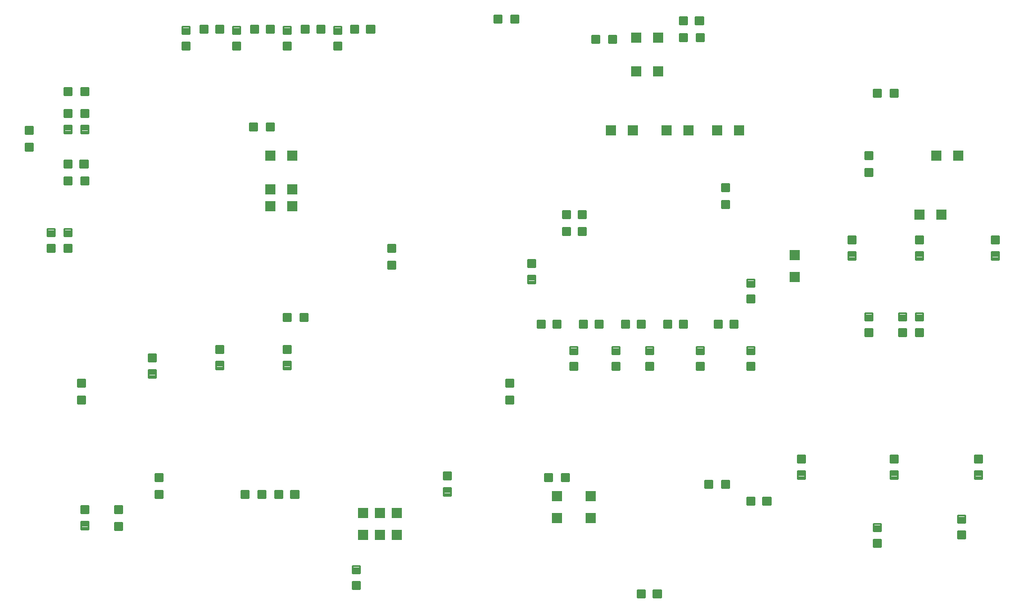
<source format=gbr>
G04 EAGLE Gerber RS-274X export*
G75*
%MOMM*%
%FSLAX34Y34*%
%LPD*%
%INSolderpaste Bottom*%
%IPPOS*%
%AMOC8*
5,1,8,0,0,1.08239X$1,22.5*%
G01*
%ADD10C,0.280000*%
%ADD11R,1.500000X1.500000*%


D10*
X221500Y170700D02*
X221500Y159500D01*
X210300Y159500D01*
X210300Y170700D01*
X221500Y170700D01*
X221500Y162160D02*
X210300Y162160D01*
X210300Y164820D02*
X221500Y164820D01*
X221500Y167480D02*
X210300Y167480D01*
X210300Y170140D02*
X221500Y170140D01*
X221500Y184900D02*
X221500Y196100D01*
X221500Y184900D02*
X210300Y184900D01*
X210300Y196100D01*
X221500Y196100D01*
X221500Y187560D02*
X210300Y187560D01*
X210300Y190220D02*
X221500Y190220D01*
X221500Y192880D02*
X210300Y192880D01*
X210300Y195540D02*
X221500Y195540D01*
X145300Y814820D02*
X134100Y814820D01*
X134100Y826020D01*
X145300Y826020D01*
X145300Y814820D01*
X145300Y817480D02*
X134100Y817480D01*
X134100Y820140D02*
X145300Y820140D01*
X145300Y822800D02*
X134100Y822800D01*
X134100Y825460D02*
X145300Y825460D01*
X159500Y814820D02*
X170700Y814820D01*
X159500Y814820D02*
X159500Y826020D01*
X170700Y826020D01*
X170700Y814820D01*
X170700Y817480D02*
X159500Y817480D01*
X159500Y820140D02*
X170700Y820140D01*
X170700Y822800D02*
X159500Y822800D01*
X159500Y825460D02*
X170700Y825460D01*
X810780Y361200D02*
X810780Y350000D01*
X799580Y350000D01*
X799580Y361200D01*
X810780Y361200D01*
X810780Y352660D02*
X799580Y352660D01*
X799580Y355320D02*
X810780Y355320D01*
X810780Y357980D02*
X799580Y357980D01*
X799580Y360640D02*
X810780Y360640D01*
X810780Y375400D02*
X810780Y386600D01*
X810780Y375400D02*
X799580Y375400D01*
X799580Y386600D01*
X810780Y386600D01*
X810780Y378060D02*
X799580Y378060D01*
X799580Y380720D02*
X810780Y380720D01*
X810780Y383380D02*
X799580Y383380D01*
X799580Y386040D02*
X810780Y386040D01*
X1340600Y718300D02*
X1340600Y729500D01*
X1351800Y729500D01*
X1351800Y718300D01*
X1340600Y718300D01*
X1340600Y720960D02*
X1351800Y720960D01*
X1351800Y723620D02*
X1340600Y723620D01*
X1340600Y726280D02*
X1351800Y726280D01*
X1351800Y728940D02*
X1340600Y728940D01*
X1340600Y704100D02*
X1340600Y692900D01*
X1340600Y704100D02*
X1351800Y704100D01*
X1351800Y692900D01*
X1340600Y692900D01*
X1340600Y695560D02*
X1351800Y695560D01*
X1351800Y698220D02*
X1340600Y698220D01*
X1340600Y700880D02*
X1351800Y700880D01*
X1351800Y703540D02*
X1340600Y703540D01*
X170700Y691400D02*
X159500Y691400D01*
X170700Y691400D02*
X170700Y680200D01*
X159500Y680200D01*
X159500Y691400D01*
X159500Y682860D02*
X170700Y682860D01*
X170700Y685520D02*
X159500Y685520D01*
X159500Y688180D02*
X170700Y688180D01*
X170700Y690840D02*
X159500Y690840D01*
X145300Y691400D02*
X134100Y691400D01*
X145300Y691400D02*
X145300Y680200D01*
X134100Y680200D01*
X134100Y691400D01*
X134100Y682860D02*
X145300Y682860D01*
X145300Y685520D02*
X134100Y685520D01*
X134100Y688180D02*
X145300Y688180D01*
X145300Y690840D02*
X134100Y690840D01*
X858000Y233160D02*
X869200Y233160D01*
X858000Y233160D02*
X858000Y244360D01*
X869200Y244360D01*
X869200Y233160D01*
X869200Y235820D02*
X858000Y235820D01*
X858000Y238480D02*
X869200Y238480D01*
X869200Y241140D02*
X858000Y241140D01*
X858000Y243800D02*
X869200Y243800D01*
X883400Y233160D02*
X894600Y233160D01*
X883400Y233160D02*
X883400Y244360D01*
X894600Y244360D01*
X894600Y233160D01*
X894600Y235820D02*
X883400Y235820D01*
X883400Y238480D02*
X894600Y238480D01*
X894600Y241140D02*
X883400Y241140D01*
X883400Y243800D02*
X894600Y243800D01*
X412000Y207760D02*
X400800Y207760D01*
X400800Y218960D01*
X412000Y218960D01*
X412000Y207760D01*
X412000Y210420D02*
X400800Y210420D01*
X400800Y213080D02*
X412000Y213080D01*
X412000Y215740D02*
X400800Y215740D01*
X400800Y218400D02*
X412000Y218400D01*
X426200Y207760D02*
X437400Y207760D01*
X426200Y207760D02*
X426200Y218960D01*
X437400Y218960D01*
X437400Y207760D01*
X437400Y210420D02*
X426200Y210420D01*
X426200Y213080D02*
X437400Y213080D01*
X437400Y215740D02*
X426200Y215740D01*
X426200Y218400D02*
X437400Y218400D01*
X1353300Y812280D02*
X1364500Y812280D01*
X1353300Y812280D02*
X1353300Y823480D01*
X1364500Y823480D01*
X1364500Y812280D01*
X1364500Y814940D02*
X1353300Y814940D01*
X1353300Y817600D02*
X1364500Y817600D01*
X1364500Y820260D02*
X1353300Y820260D01*
X1353300Y822920D02*
X1364500Y822920D01*
X1378700Y812280D02*
X1389900Y812280D01*
X1378700Y812280D02*
X1378700Y823480D01*
X1389900Y823480D01*
X1389900Y812280D01*
X1389900Y814940D02*
X1378700Y814940D01*
X1378700Y817600D02*
X1389900Y817600D01*
X1389900Y820260D02*
X1378700Y820260D01*
X1378700Y822920D02*
X1389900Y822920D01*
X818400Y935240D02*
X807200Y935240D01*
X818400Y935240D02*
X818400Y924040D01*
X807200Y924040D01*
X807200Y935240D01*
X807200Y926700D02*
X818400Y926700D01*
X818400Y929360D02*
X807200Y929360D01*
X807200Y932020D02*
X818400Y932020D01*
X818400Y934680D02*
X807200Y934680D01*
X793000Y935240D02*
X781800Y935240D01*
X793000Y935240D02*
X793000Y924040D01*
X781800Y924040D01*
X781800Y935240D01*
X781800Y926700D02*
X793000Y926700D01*
X793000Y929360D02*
X781800Y929360D01*
X781800Y932020D02*
X793000Y932020D01*
X793000Y934680D02*
X781800Y934680D01*
X271260Y244360D02*
X271260Y233160D01*
X271260Y244360D02*
X282460Y244360D01*
X282460Y233160D01*
X271260Y233160D01*
X271260Y235820D02*
X282460Y235820D01*
X282460Y238480D02*
X271260Y238480D01*
X271260Y241140D02*
X282460Y241140D01*
X282460Y243800D02*
X271260Y243800D01*
X271260Y218960D02*
X271260Y207760D01*
X271260Y218960D02*
X282460Y218960D01*
X282460Y207760D01*
X271260Y207760D01*
X271260Y210420D02*
X282460Y210420D01*
X282460Y213080D02*
X271260Y213080D01*
X271260Y215740D02*
X282460Y215740D01*
X282460Y218400D02*
X271260Y218400D01*
X165620Y350000D02*
X165620Y361200D01*
X165620Y350000D02*
X154420Y350000D01*
X154420Y361200D01*
X165620Y361200D01*
X165620Y352660D02*
X154420Y352660D01*
X154420Y355320D02*
X165620Y355320D01*
X165620Y357980D02*
X154420Y357980D01*
X154420Y360640D02*
X165620Y360640D01*
X165620Y375400D02*
X165620Y386600D01*
X165620Y375400D02*
X154420Y375400D01*
X154420Y386600D01*
X165620Y386600D01*
X165620Y378060D02*
X154420Y378060D01*
X154420Y380720D02*
X165620Y380720D01*
X165620Y383380D02*
X154420Y383380D01*
X154420Y386040D02*
X165620Y386040D01*
X1061200Y896100D02*
X1072400Y896100D01*
X1061200Y896100D02*
X1061200Y907300D01*
X1072400Y907300D01*
X1072400Y896100D01*
X1072400Y898760D02*
X1061200Y898760D01*
X1061200Y901420D02*
X1072400Y901420D01*
X1072400Y904080D02*
X1061200Y904080D01*
X1061200Y906740D02*
X1072400Y906740D01*
X1086600Y896100D02*
X1097800Y896100D01*
X1086600Y896100D02*
X1086600Y907300D01*
X1097800Y907300D01*
X1097800Y896100D01*
X1097800Y898760D02*
X1086600Y898760D01*
X1086600Y901420D02*
X1097800Y901420D01*
X1097800Y904080D02*
X1086600Y904080D01*
X1086600Y906740D02*
X1097800Y906740D01*
X86880Y742200D02*
X86880Y731000D01*
X75680Y731000D01*
X75680Y742200D01*
X86880Y742200D01*
X86880Y733660D02*
X75680Y733660D01*
X75680Y736320D02*
X86880Y736320D01*
X86880Y738980D02*
X75680Y738980D01*
X75680Y741640D02*
X86880Y741640D01*
X86880Y756400D02*
X86880Y767600D01*
X86880Y756400D02*
X75680Y756400D01*
X75680Y767600D01*
X86880Y767600D01*
X86880Y759060D02*
X75680Y759060D01*
X75680Y761720D02*
X86880Y761720D01*
X86880Y764380D02*
X75680Y764380D01*
X75680Y767040D02*
X86880Y767040D01*
X632980Y564400D02*
X632980Y553200D01*
X621780Y553200D01*
X621780Y564400D01*
X632980Y564400D01*
X632980Y555860D02*
X621780Y555860D01*
X621780Y558520D02*
X632980Y558520D01*
X632980Y561180D02*
X621780Y561180D01*
X621780Y563840D02*
X632980Y563840D01*
X632980Y578600D02*
X632980Y589800D01*
X632980Y578600D02*
X621780Y578600D01*
X621780Y589800D01*
X632980Y589800D01*
X632980Y581260D02*
X621780Y581260D01*
X621780Y583920D02*
X632980Y583920D01*
X632980Y586580D02*
X621780Y586580D01*
X621780Y589240D02*
X632980Y589240D01*
X1124700Y670040D02*
X1124700Y681240D01*
X1135900Y681240D01*
X1135900Y670040D01*
X1124700Y670040D01*
X1124700Y672700D02*
X1135900Y672700D01*
X1135900Y675360D02*
X1124700Y675360D01*
X1124700Y678020D02*
X1135900Y678020D01*
X1135900Y680680D02*
X1124700Y680680D01*
X1124700Y655840D02*
X1124700Y644640D01*
X1124700Y655840D02*
X1135900Y655840D01*
X1135900Y644640D01*
X1124700Y644640D01*
X1124700Y647300D02*
X1135900Y647300D01*
X1135900Y649960D02*
X1124700Y649960D01*
X1124700Y652620D02*
X1135900Y652620D01*
X1135900Y655280D02*
X1124700Y655280D01*
X940320Y893560D02*
X929120Y893560D01*
X929120Y904760D01*
X940320Y904760D01*
X940320Y893560D01*
X940320Y896220D02*
X929120Y896220D01*
X929120Y898880D02*
X940320Y898880D01*
X940320Y901540D02*
X929120Y901540D01*
X929120Y904200D02*
X940320Y904200D01*
X954520Y893560D02*
X965720Y893560D01*
X954520Y893560D02*
X954520Y904760D01*
X965720Y904760D01*
X965720Y893560D01*
X965720Y896220D02*
X954520Y896220D01*
X954520Y898880D02*
X965720Y898880D01*
X965720Y901540D02*
X954520Y901540D01*
X954520Y904200D02*
X965720Y904200D01*
X1124700Y234200D02*
X1135900Y234200D01*
X1135900Y223000D01*
X1124700Y223000D01*
X1124700Y234200D01*
X1124700Y225660D02*
X1135900Y225660D01*
X1135900Y228320D02*
X1124700Y228320D01*
X1124700Y230980D02*
X1135900Y230980D01*
X1135900Y233640D02*
X1124700Y233640D01*
X1110500Y234200D02*
X1099300Y234200D01*
X1110500Y234200D02*
X1110500Y223000D01*
X1099300Y223000D01*
X1099300Y234200D01*
X1099300Y225660D02*
X1110500Y225660D01*
X1110500Y228320D02*
X1099300Y228320D01*
X1099300Y230980D02*
X1110500Y230980D01*
X1110500Y233640D02*
X1099300Y233640D01*
X500900Y485660D02*
X489700Y485660D01*
X500900Y485660D02*
X500900Y474460D01*
X489700Y474460D01*
X489700Y485660D01*
X489700Y477120D02*
X500900Y477120D01*
X500900Y479780D02*
X489700Y479780D01*
X489700Y482440D02*
X500900Y482440D01*
X500900Y485100D02*
X489700Y485100D01*
X475500Y485660D02*
X464300Y485660D01*
X475500Y485660D02*
X475500Y474460D01*
X464300Y474460D01*
X464300Y485660D01*
X464300Y477120D02*
X475500Y477120D01*
X475500Y479780D02*
X464300Y479780D01*
X464300Y482440D02*
X475500Y482440D01*
X475500Y485100D02*
X464300Y485100D01*
D11*
X927100Y177800D03*
X927100Y210800D03*
X635000Y152400D03*
X635000Y185400D03*
X609600Y152400D03*
X609600Y185400D03*
X1028700Y850900D03*
X995700Y850900D03*
X1028700Y901700D03*
X995700Y901700D03*
X990600Y762000D03*
X957600Y762000D03*
X1041400Y762000D03*
X1074400Y762000D03*
X1117600Y762000D03*
X1150600Y762000D03*
X876300Y177800D03*
X876300Y210800D03*
X444500Y647700D03*
X477500Y647700D03*
X444500Y723900D03*
X477500Y723900D03*
X444500Y673100D03*
X477500Y673100D03*
X1234440Y574040D03*
X1234440Y541040D03*
X1422400Y635000D03*
X1455400Y635000D03*
X1447800Y723900D03*
X1480800Y723900D03*
X584200Y152400D03*
X584200Y185400D03*
D10*
X705600Y235700D02*
X705600Y246900D01*
X716800Y246900D01*
X716800Y235700D01*
X705600Y235700D01*
X705600Y238360D02*
X716800Y238360D01*
X716800Y241020D02*
X705600Y241020D01*
X705600Y243680D02*
X716800Y243680D01*
X716800Y246340D02*
X705600Y246340D01*
X705600Y222900D02*
X705600Y211700D01*
X705600Y222900D02*
X716800Y222900D01*
X716800Y211700D01*
X705600Y211700D01*
X705600Y214360D02*
X716800Y214360D01*
X716800Y217020D02*
X705600Y217020D01*
X705600Y219680D02*
X716800Y219680D01*
X716800Y222340D02*
X705600Y222340D01*
X934200Y475500D02*
X945400Y475500D01*
X945400Y464300D01*
X934200Y464300D01*
X934200Y475500D01*
X934200Y466960D02*
X945400Y466960D01*
X945400Y469620D02*
X934200Y469620D01*
X934200Y472280D02*
X945400Y472280D01*
X945400Y474940D02*
X934200Y474940D01*
X921400Y475500D02*
X910200Y475500D01*
X921400Y475500D02*
X921400Y464300D01*
X910200Y464300D01*
X910200Y475500D01*
X910200Y466960D02*
X921400Y466960D01*
X921400Y469620D02*
X910200Y469620D01*
X910200Y472280D02*
X921400Y472280D01*
X921400Y474940D02*
X910200Y474940D01*
X907300Y412000D02*
X907300Y400800D01*
X896100Y400800D01*
X896100Y412000D01*
X907300Y412000D01*
X907300Y403460D02*
X896100Y403460D01*
X896100Y406120D02*
X907300Y406120D01*
X907300Y408780D02*
X896100Y408780D01*
X896100Y411440D02*
X907300Y411440D01*
X907300Y424800D02*
X907300Y436000D01*
X907300Y424800D02*
X896100Y424800D01*
X896100Y436000D01*
X907300Y436000D01*
X907300Y427460D02*
X896100Y427460D01*
X896100Y430120D02*
X907300Y430120D01*
X907300Y432780D02*
X896100Y432780D01*
X896100Y435440D02*
X907300Y435440D01*
X1174000Y502400D02*
X1174000Y513600D01*
X1174000Y502400D02*
X1162800Y502400D01*
X1162800Y513600D01*
X1174000Y513600D01*
X1174000Y505060D02*
X1162800Y505060D01*
X1162800Y507720D02*
X1174000Y507720D01*
X1174000Y510380D02*
X1162800Y510380D01*
X1162800Y513040D02*
X1174000Y513040D01*
X1174000Y526400D02*
X1174000Y537600D01*
X1174000Y526400D02*
X1162800Y526400D01*
X1162800Y537600D01*
X1174000Y537600D01*
X1174000Y529060D02*
X1162800Y529060D01*
X1162800Y531720D02*
X1174000Y531720D01*
X1174000Y534380D02*
X1162800Y534380D01*
X1162800Y537040D02*
X1174000Y537040D01*
X881900Y475500D02*
X870700Y475500D01*
X881900Y475500D02*
X881900Y464300D01*
X870700Y464300D01*
X870700Y475500D01*
X870700Y466960D02*
X881900Y466960D01*
X881900Y469620D02*
X870700Y469620D01*
X870700Y472280D02*
X881900Y472280D01*
X881900Y474940D02*
X870700Y474940D01*
X857900Y475500D02*
X846700Y475500D01*
X857900Y475500D02*
X857900Y464300D01*
X846700Y464300D01*
X846700Y475500D01*
X846700Y466960D02*
X857900Y466960D01*
X857900Y469620D02*
X846700Y469620D01*
X846700Y472280D02*
X857900Y472280D01*
X857900Y474940D02*
X846700Y474940D01*
X832600Y555740D02*
X832600Y566940D01*
X843800Y566940D01*
X843800Y555740D01*
X832600Y555740D01*
X832600Y558400D02*
X843800Y558400D01*
X843800Y561060D02*
X832600Y561060D01*
X832600Y563720D02*
X843800Y563720D01*
X843800Y566380D02*
X832600Y566380D01*
X832600Y542940D02*
X832600Y531740D01*
X832600Y542940D02*
X843800Y542940D01*
X843800Y531740D01*
X832600Y531740D01*
X832600Y534400D02*
X843800Y534400D01*
X843800Y537060D02*
X832600Y537060D01*
X832600Y539720D02*
X843800Y539720D01*
X843800Y542380D02*
X832600Y542380D01*
X908800Y615200D02*
X920000Y615200D01*
X920000Y604000D01*
X908800Y604000D01*
X908800Y615200D01*
X908800Y606660D02*
X920000Y606660D01*
X920000Y609320D02*
X908800Y609320D01*
X908800Y611980D02*
X920000Y611980D01*
X920000Y614640D02*
X908800Y614640D01*
X896000Y615200D02*
X884800Y615200D01*
X896000Y615200D02*
X896000Y604000D01*
X884800Y604000D01*
X884800Y615200D01*
X884800Y606660D02*
X896000Y606660D01*
X896000Y609320D02*
X884800Y609320D01*
X884800Y611980D02*
X896000Y611980D01*
X896000Y614640D02*
X884800Y614640D01*
X908800Y640600D02*
X920000Y640600D01*
X920000Y629400D01*
X908800Y629400D01*
X908800Y640600D01*
X908800Y632060D02*
X920000Y632060D01*
X920000Y634720D02*
X908800Y634720D01*
X908800Y637380D02*
X920000Y637380D01*
X920000Y640040D02*
X908800Y640040D01*
X896000Y640600D02*
X884800Y640600D01*
X896000Y640600D02*
X896000Y629400D01*
X884800Y629400D01*
X884800Y640600D01*
X884800Y632060D02*
X896000Y632060D01*
X896000Y634720D02*
X884800Y634720D01*
X884800Y637380D02*
X896000Y637380D01*
X896000Y640040D02*
X884800Y640040D01*
X159500Y196100D02*
X159500Y184900D01*
X159500Y196100D02*
X170700Y196100D01*
X170700Y184900D01*
X159500Y184900D01*
X159500Y187560D02*
X170700Y187560D01*
X170700Y190220D02*
X159500Y190220D01*
X159500Y192880D02*
X170700Y192880D01*
X170700Y195540D02*
X159500Y195540D01*
X159500Y172100D02*
X159500Y160900D01*
X159500Y172100D02*
X170700Y172100D01*
X170700Y160900D01*
X159500Y160900D01*
X159500Y163560D02*
X170700Y163560D01*
X170700Y166220D02*
X159500Y166220D01*
X159500Y168880D02*
X170700Y168880D01*
X170700Y171540D02*
X159500Y171540D01*
X579640Y81800D02*
X579640Y70600D01*
X568440Y70600D01*
X568440Y81800D01*
X579640Y81800D01*
X579640Y73260D02*
X568440Y73260D01*
X568440Y75920D02*
X579640Y75920D01*
X579640Y78580D02*
X568440Y78580D01*
X568440Y81240D02*
X579640Y81240D01*
X579640Y94600D02*
X579640Y105800D01*
X579640Y94600D02*
X568440Y94600D01*
X568440Y105800D01*
X579640Y105800D01*
X579640Y97260D02*
X568440Y97260D01*
X568440Y99920D02*
X579640Y99920D01*
X579640Y102580D02*
X568440Y102580D01*
X568440Y105240D02*
X579640Y105240D01*
X362700Y426200D02*
X362700Y437400D01*
X373900Y437400D01*
X373900Y426200D01*
X362700Y426200D01*
X362700Y428860D02*
X373900Y428860D01*
X373900Y431520D02*
X362700Y431520D01*
X362700Y434180D02*
X373900Y434180D01*
X373900Y436840D02*
X362700Y436840D01*
X362700Y413400D02*
X362700Y402200D01*
X362700Y413400D02*
X373900Y413400D01*
X373900Y402200D01*
X362700Y402200D01*
X362700Y404860D02*
X373900Y404860D01*
X373900Y407520D02*
X362700Y407520D01*
X362700Y410180D02*
X373900Y410180D01*
X373900Y412840D02*
X362700Y412840D01*
X997700Y57900D02*
X1008900Y57900D01*
X997700Y57900D02*
X997700Y69100D01*
X1008900Y69100D01*
X1008900Y57900D01*
X1008900Y60560D02*
X997700Y60560D01*
X997700Y63220D02*
X1008900Y63220D01*
X1008900Y65880D02*
X997700Y65880D01*
X997700Y68540D02*
X1008900Y68540D01*
X1021700Y57900D02*
X1032900Y57900D01*
X1021700Y57900D02*
X1021700Y69100D01*
X1032900Y69100D01*
X1032900Y57900D01*
X1032900Y60560D02*
X1021700Y60560D01*
X1021700Y63220D02*
X1032900Y63220D01*
X1032900Y65880D02*
X1021700Y65880D01*
X1021700Y68540D02*
X1032900Y68540D01*
X464300Y426200D02*
X464300Y437400D01*
X475500Y437400D01*
X475500Y426200D01*
X464300Y426200D01*
X464300Y428860D02*
X475500Y428860D01*
X475500Y431520D02*
X464300Y431520D01*
X464300Y434180D02*
X475500Y434180D01*
X475500Y436840D02*
X464300Y436840D01*
X464300Y413400D02*
X464300Y402200D01*
X464300Y413400D02*
X475500Y413400D01*
X475500Y402200D01*
X464300Y402200D01*
X464300Y404860D02*
X475500Y404860D01*
X475500Y407520D02*
X464300Y407520D01*
X464300Y410180D02*
X475500Y410180D01*
X475500Y412840D02*
X464300Y412840D01*
X261100Y413500D02*
X261100Y424700D01*
X272300Y424700D01*
X272300Y413500D01*
X261100Y413500D01*
X261100Y416160D02*
X272300Y416160D01*
X272300Y418820D02*
X261100Y418820D01*
X261100Y421480D02*
X272300Y421480D01*
X272300Y424140D02*
X261100Y424140D01*
X261100Y400700D02*
X261100Y389500D01*
X261100Y400700D02*
X272300Y400700D01*
X272300Y389500D01*
X261100Y389500D01*
X261100Y392160D02*
X272300Y392160D01*
X272300Y394820D02*
X261100Y394820D01*
X261100Y397480D02*
X272300Y397480D01*
X272300Y400140D02*
X261100Y400140D01*
X1162800Y197600D02*
X1174000Y197600D01*
X1162800Y197600D02*
X1162800Y208800D01*
X1174000Y208800D01*
X1174000Y197600D01*
X1174000Y200260D02*
X1162800Y200260D01*
X1162800Y202920D02*
X1174000Y202920D01*
X1174000Y205580D02*
X1162800Y205580D01*
X1162800Y208240D02*
X1174000Y208240D01*
X1186800Y197600D02*
X1198000Y197600D01*
X1186800Y197600D02*
X1186800Y208800D01*
X1198000Y208800D01*
X1198000Y197600D01*
X1198000Y200260D02*
X1186800Y200260D01*
X1186800Y202920D02*
X1198000Y202920D01*
X1198000Y205580D02*
X1186800Y205580D01*
X1186800Y208240D02*
X1198000Y208240D01*
X1239000Y261100D02*
X1239000Y272300D01*
X1250200Y272300D01*
X1250200Y261100D01*
X1239000Y261100D01*
X1239000Y263760D02*
X1250200Y263760D01*
X1250200Y266420D02*
X1239000Y266420D01*
X1239000Y269080D02*
X1250200Y269080D01*
X1250200Y271740D02*
X1239000Y271740D01*
X1239000Y248300D02*
X1239000Y237100D01*
X1239000Y248300D02*
X1250200Y248300D01*
X1250200Y237100D01*
X1239000Y237100D01*
X1239000Y239760D02*
X1250200Y239760D01*
X1250200Y242420D02*
X1239000Y242420D01*
X1239000Y245080D02*
X1250200Y245080D01*
X1250200Y247740D02*
X1239000Y247740D01*
X1364500Y145300D02*
X1364500Y134100D01*
X1353300Y134100D01*
X1353300Y145300D01*
X1364500Y145300D01*
X1364500Y136760D02*
X1353300Y136760D01*
X1353300Y139420D02*
X1364500Y139420D01*
X1364500Y142080D02*
X1353300Y142080D01*
X1353300Y144740D02*
X1364500Y144740D01*
X1364500Y158100D02*
X1364500Y169300D01*
X1364500Y158100D02*
X1353300Y158100D01*
X1353300Y169300D01*
X1364500Y169300D01*
X1364500Y160760D02*
X1353300Y160760D01*
X1353300Y163420D02*
X1364500Y163420D01*
X1364500Y166080D02*
X1353300Y166080D01*
X1353300Y168740D02*
X1364500Y168740D01*
X1378700Y261100D02*
X1378700Y272300D01*
X1389900Y272300D01*
X1389900Y261100D01*
X1378700Y261100D01*
X1378700Y263760D02*
X1389900Y263760D01*
X1389900Y266420D02*
X1378700Y266420D01*
X1378700Y269080D02*
X1389900Y269080D01*
X1389900Y271740D02*
X1378700Y271740D01*
X1378700Y248300D02*
X1378700Y237100D01*
X1378700Y248300D02*
X1389900Y248300D01*
X1389900Y237100D01*
X1378700Y237100D01*
X1378700Y239760D02*
X1389900Y239760D01*
X1389900Y242420D02*
X1378700Y242420D01*
X1378700Y245080D02*
X1389900Y245080D01*
X1389900Y247740D02*
X1378700Y247740D01*
X1491500Y158000D02*
X1491500Y146800D01*
X1480300Y146800D01*
X1480300Y158000D01*
X1491500Y158000D01*
X1491500Y149460D02*
X1480300Y149460D01*
X1480300Y152120D02*
X1491500Y152120D01*
X1491500Y154780D02*
X1480300Y154780D01*
X1480300Y157440D02*
X1491500Y157440D01*
X1491500Y170800D02*
X1491500Y182000D01*
X1491500Y170800D02*
X1480300Y170800D01*
X1480300Y182000D01*
X1491500Y182000D01*
X1491500Y173460D02*
X1480300Y173460D01*
X1480300Y176120D02*
X1491500Y176120D01*
X1491500Y178780D02*
X1480300Y178780D01*
X1480300Y181440D02*
X1491500Y181440D01*
X1505700Y261100D02*
X1505700Y272300D01*
X1516900Y272300D01*
X1516900Y261100D01*
X1505700Y261100D01*
X1505700Y263760D02*
X1516900Y263760D01*
X1516900Y266420D02*
X1505700Y266420D01*
X1505700Y269080D02*
X1516900Y269080D01*
X1516900Y271740D02*
X1505700Y271740D01*
X1505700Y248300D02*
X1505700Y237100D01*
X1505700Y248300D02*
X1516900Y248300D01*
X1516900Y237100D01*
X1505700Y237100D01*
X1505700Y239760D02*
X1516900Y239760D01*
X1516900Y242420D02*
X1505700Y242420D01*
X1505700Y245080D02*
X1516900Y245080D01*
X1516900Y247740D02*
X1505700Y247740D01*
X1428000Y451600D02*
X1428000Y462800D01*
X1428000Y451600D02*
X1416800Y451600D01*
X1416800Y462800D01*
X1428000Y462800D01*
X1428000Y454260D02*
X1416800Y454260D01*
X1416800Y456920D02*
X1428000Y456920D01*
X1428000Y459580D02*
X1416800Y459580D01*
X1416800Y462240D02*
X1428000Y462240D01*
X1428000Y475600D02*
X1428000Y486800D01*
X1428000Y475600D02*
X1416800Y475600D01*
X1416800Y486800D01*
X1428000Y486800D01*
X1428000Y478260D02*
X1416800Y478260D01*
X1416800Y480920D02*
X1428000Y480920D01*
X1428000Y483580D02*
X1416800Y483580D01*
X1416800Y486240D02*
X1428000Y486240D01*
X1402600Y462800D02*
X1402600Y451600D01*
X1391400Y451600D01*
X1391400Y462800D01*
X1402600Y462800D01*
X1402600Y454260D02*
X1391400Y454260D01*
X1391400Y456920D02*
X1402600Y456920D01*
X1402600Y459580D02*
X1391400Y459580D01*
X1391400Y462240D02*
X1402600Y462240D01*
X1402600Y475600D02*
X1402600Y486800D01*
X1402600Y475600D02*
X1391400Y475600D01*
X1391400Y486800D01*
X1402600Y486800D01*
X1402600Y478260D02*
X1391400Y478260D01*
X1391400Y480920D02*
X1402600Y480920D01*
X1402600Y483580D02*
X1391400Y483580D01*
X1391400Y486240D02*
X1402600Y486240D01*
X1174000Y412000D02*
X1174000Y400800D01*
X1162800Y400800D01*
X1162800Y412000D01*
X1174000Y412000D01*
X1174000Y403460D02*
X1162800Y403460D01*
X1162800Y406120D02*
X1174000Y406120D01*
X1174000Y408780D02*
X1162800Y408780D01*
X1162800Y411440D02*
X1174000Y411440D01*
X1174000Y424800D02*
X1174000Y436000D01*
X1174000Y424800D02*
X1162800Y424800D01*
X1162800Y436000D01*
X1174000Y436000D01*
X1174000Y427460D02*
X1162800Y427460D01*
X1162800Y430120D02*
X1174000Y430120D01*
X1174000Y432780D02*
X1162800Y432780D01*
X1162800Y435440D02*
X1174000Y435440D01*
X1351800Y451600D02*
X1351800Y462800D01*
X1351800Y451600D02*
X1340600Y451600D01*
X1340600Y462800D01*
X1351800Y462800D01*
X1351800Y454260D02*
X1340600Y454260D01*
X1340600Y456920D02*
X1351800Y456920D01*
X1351800Y459580D02*
X1340600Y459580D01*
X1340600Y462240D02*
X1351800Y462240D01*
X1351800Y475600D02*
X1351800Y486800D01*
X1351800Y475600D02*
X1340600Y475600D01*
X1340600Y486800D01*
X1351800Y486800D01*
X1351800Y478260D02*
X1340600Y478260D01*
X1340600Y480920D02*
X1351800Y480920D01*
X1351800Y483580D02*
X1340600Y483580D01*
X1340600Y486240D02*
X1351800Y486240D01*
X1531100Y591300D02*
X1531100Y602500D01*
X1542300Y602500D01*
X1542300Y591300D01*
X1531100Y591300D01*
X1531100Y593960D02*
X1542300Y593960D01*
X1542300Y596620D02*
X1531100Y596620D01*
X1531100Y599280D02*
X1542300Y599280D01*
X1542300Y601940D02*
X1531100Y601940D01*
X1531100Y578500D02*
X1531100Y567300D01*
X1531100Y578500D02*
X1542300Y578500D01*
X1542300Y567300D01*
X1531100Y567300D01*
X1531100Y569960D02*
X1542300Y569960D01*
X1542300Y572620D02*
X1531100Y572620D01*
X1531100Y575280D02*
X1542300Y575280D01*
X1542300Y577940D02*
X1531100Y577940D01*
X1416800Y591300D02*
X1416800Y602500D01*
X1428000Y602500D01*
X1428000Y591300D01*
X1416800Y591300D01*
X1416800Y593960D02*
X1428000Y593960D01*
X1428000Y596620D02*
X1416800Y596620D01*
X1416800Y599280D02*
X1428000Y599280D01*
X1428000Y601940D02*
X1416800Y601940D01*
X1416800Y578500D02*
X1416800Y567300D01*
X1416800Y578500D02*
X1428000Y578500D01*
X1428000Y567300D01*
X1416800Y567300D01*
X1416800Y569960D02*
X1428000Y569960D01*
X1428000Y572620D02*
X1416800Y572620D01*
X1416800Y575280D02*
X1428000Y575280D01*
X1428000Y577940D02*
X1416800Y577940D01*
X1315200Y591300D02*
X1315200Y602500D01*
X1326400Y602500D01*
X1326400Y591300D01*
X1315200Y591300D01*
X1315200Y593960D02*
X1326400Y593960D01*
X1326400Y596620D02*
X1315200Y596620D01*
X1315200Y599280D02*
X1326400Y599280D01*
X1326400Y601940D02*
X1315200Y601940D01*
X1315200Y578500D02*
X1315200Y567300D01*
X1315200Y578500D02*
X1326400Y578500D01*
X1326400Y567300D01*
X1315200Y567300D01*
X1315200Y569960D02*
X1326400Y569960D01*
X1326400Y572620D02*
X1315200Y572620D01*
X1315200Y575280D02*
X1326400Y575280D01*
X1326400Y577940D02*
X1315200Y577940D01*
X119900Y578600D02*
X119900Y589800D01*
X119900Y578600D02*
X108700Y578600D01*
X108700Y589800D01*
X119900Y589800D01*
X119900Y581260D02*
X108700Y581260D01*
X108700Y583920D02*
X119900Y583920D01*
X119900Y586580D02*
X108700Y586580D01*
X108700Y589240D02*
X119900Y589240D01*
X119900Y602600D02*
X119900Y613800D01*
X119900Y602600D02*
X108700Y602600D01*
X108700Y613800D01*
X119900Y613800D01*
X119900Y605260D02*
X108700Y605260D01*
X108700Y607920D02*
X119900Y607920D01*
X119900Y610580D02*
X108700Y610580D01*
X108700Y613240D02*
X119900Y613240D01*
X145300Y589800D02*
X145300Y578600D01*
X134100Y578600D01*
X134100Y589800D01*
X145300Y589800D01*
X145300Y581260D02*
X134100Y581260D01*
X134100Y583920D02*
X145300Y583920D01*
X145300Y586580D02*
X134100Y586580D01*
X134100Y589240D02*
X145300Y589240D01*
X145300Y602600D02*
X145300Y613800D01*
X145300Y602600D02*
X134100Y602600D01*
X134100Y613800D01*
X145300Y613800D01*
X145300Y605260D02*
X134100Y605260D01*
X134100Y607920D02*
X145300Y607920D01*
X145300Y610580D02*
X134100Y610580D01*
X134100Y613240D02*
X145300Y613240D01*
X134100Y781800D02*
X134100Y793000D01*
X145300Y793000D01*
X145300Y781800D01*
X134100Y781800D01*
X134100Y784460D02*
X145300Y784460D01*
X145300Y787120D02*
X134100Y787120D01*
X134100Y789780D02*
X145300Y789780D01*
X145300Y792440D02*
X134100Y792440D01*
X134100Y769000D02*
X134100Y757800D01*
X134100Y769000D02*
X145300Y769000D01*
X145300Y757800D01*
X134100Y757800D01*
X134100Y760460D02*
X145300Y760460D01*
X145300Y763120D02*
X134100Y763120D01*
X134100Y765780D02*
X145300Y765780D01*
X145300Y768440D02*
X134100Y768440D01*
X159500Y781800D02*
X159500Y793000D01*
X170700Y793000D01*
X170700Y781800D01*
X159500Y781800D01*
X159500Y784460D02*
X170700Y784460D01*
X170700Y787120D02*
X159500Y787120D01*
X159500Y789780D02*
X170700Y789780D01*
X170700Y792440D02*
X159500Y792440D01*
X159500Y769000D02*
X159500Y757800D01*
X159500Y769000D02*
X170700Y769000D01*
X170700Y757800D01*
X159500Y757800D01*
X159500Y760460D02*
X170700Y760460D01*
X170700Y763120D02*
X159500Y763120D01*
X159500Y765780D02*
X170700Y765780D01*
X170700Y768440D02*
X159500Y768440D01*
X1061200Y921500D02*
X1072400Y921500D01*
X1061200Y921500D02*
X1061200Y932700D01*
X1072400Y932700D01*
X1072400Y921500D01*
X1072400Y924160D02*
X1061200Y924160D01*
X1061200Y926820D02*
X1072400Y926820D01*
X1072400Y929480D02*
X1061200Y929480D01*
X1061200Y932140D02*
X1072400Y932140D01*
X1085200Y921500D02*
X1096400Y921500D01*
X1085200Y921500D02*
X1085200Y932700D01*
X1096400Y932700D01*
X1096400Y921500D01*
X1096400Y924160D02*
X1085200Y924160D01*
X1085200Y926820D02*
X1096400Y926820D01*
X1096400Y929480D02*
X1085200Y929480D01*
X1085200Y932140D02*
X1096400Y932140D01*
X551700Y894600D02*
X551700Y883400D01*
X540500Y883400D01*
X540500Y894600D01*
X551700Y894600D01*
X551700Y886060D02*
X540500Y886060D01*
X540500Y888720D02*
X551700Y888720D01*
X551700Y891380D02*
X540500Y891380D01*
X540500Y894040D02*
X551700Y894040D01*
X551700Y907400D02*
X551700Y918600D01*
X551700Y907400D02*
X540500Y907400D01*
X540500Y918600D01*
X551700Y918600D01*
X551700Y910060D02*
X540500Y910060D01*
X540500Y912720D02*
X551700Y912720D01*
X551700Y915380D02*
X540500Y915380D01*
X540500Y918040D02*
X551700Y918040D01*
X1137400Y475500D02*
X1148600Y475500D01*
X1148600Y464300D01*
X1137400Y464300D01*
X1137400Y475500D01*
X1137400Y466960D02*
X1148600Y466960D01*
X1148600Y469620D02*
X1137400Y469620D01*
X1137400Y472280D02*
X1148600Y472280D01*
X1148600Y474940D02*
X1137400Y474940D01*
X1124600Y475500D02*
X1113400Y475500D01*
X1124600Y475500D02*
X1124600Y464300D01*
X1113400Y464300D01*
X1113400Y475500D01*
X1113400Y466960D02*
X1124600Y466960D01*
X1124600Y469620D02*
X1113400Y469620D01*
X1113400Y472280D02*
X1124600Y472280D01*
X1124600Y474940D02*
X1113400Y474940D01*
X526300Y920000D02*
X515100Y920000D01*
X526300Y920000D02*
X526300Y908800D01*
X515100Y908800D01*
X515100Y920000D01*
X515100Y911460D02*
X526300Y911460D01*
X526300Y914120D02*
X515100Y914120D01*
X515100Y916780D02*
X526300Y916780D01*
X526300Y919440D02*
X515100Y919440D01*
X502300Y920000D02*
X491100Y920000D01*
X502300Y920000D02*
X502300Y908800D01*
X491100Y908800D01*
X491100Y920000D01*
X491100Y911460D02*
X502300Y911460D01*
X502300Y914120D02*
X491100Y914120D01*
X491100Y916780D02*
X502300Y916780D01*
X502300Y919440D02*
X491100Y919440D01*
X475500Y894600D02*
X475500Y883400D01*
X464300Y883400D01*
X464300Y894600D01*
X475500Y894600D01*
X475500Y886060D02*
X464300Y886060D01*
X464300Y888720D02*
X475500Y888720D01*
X475500Y891380D02*
X464300Y891380D01*
X464300Y894040D02*
X475500Y894040D01*
X475500Y907400D02*
X475500Y918600D01*
X475500Y907400D02*
X464300Y907400D01*
X464300Y918600D01*
X475500Y918600D01*
X475500Y910060D02*
X464300Y910060D01*
X464300Y912720D02*
X475500Y912720D01*
X475500Y915380D02*
X464300Y915380D01*
X464300Y918040D02*
X475500Y918040D01*
X450100Y920000D02*
X438900Y920000D01*
X450100Y920000D02*
X450100Y908800D01*
X438900Y908800D01*
X438900Y920000D01*
X438900Y911460D02*
X450100Y911460D01*
X450100Y914120D02*
X438900Y914120D01*
X438900Y916780D02*
X450100Y916780D01*
X450100Y919440D02*
X438900Y919440D01*
X426100Y920000D02*
X414900Y920000D01*
X426100Y920000D02*
X426100Y908800D01*
X414900Y908800D01*
X414900Y920000D01*
X414900Y911460D02*
X426100Y911460D01*
X426100Y914120D02*
X414900Y914120D01*
X414900Y916780D02*
X426100Y916780D01*
X426100Y919440D02*
X414900Y919440D01*
X399300Y894600D02*
X399300Y883400D01*
X388100Y883400D01*
X388100Y894600D01*
X399300Y894600D01*
X399300Y886060D02*
X388100Y886060D01*
X388100Y888720D02*
X399300Y888720D01*
X399300Y891380D02*
X388100Y891380D01*
X388100Y894040D02*
X399300Y894040D01*
X399300Y907400D02*
X399300Y918600D01*
X399300Y907400D02*
X388100Y907400D01*
X388100Y918600D01*
X399300Y918600D01*
X399300Y910060D02*
X388100Y910060D01*
X388100Y912720D02*
X399300Y912720D01*
X399300Y915380D02*
X388100Y915380D01*
X388100Y918040D02*
X399300Y918040D01*
X373900Y920000D02*
X362700Y920000D01*
X373900Y920000D02*
X373900Y908800D01*
X362700Y908800D01*
X362700Y920000D01*
X362700Y911460D02*
X373900Y911460D01*
X373900Y914120D02*
X362700Y914120D01*
X362700Y916780D02*
X373900Y916780D01*
X373900Y919440D02*
X362700Y919440D01*
X349900Y920000D02*
X338700Y920000D01*
X349900Y920000D02*
X349900Y908800D01*
X338700Y908800D01*
X338700Y920000D01*
X338700Y911460D02*
X349900Y911460D01*
X349900Y914120D02*
X338700Y914120D01*
X338700Y916780D02*
X349900Y916780D01*
X349900Y919440D02*
X338700Y919440D01*
X323100Y894600D02*
X323100Y883400D01*
X311900Y883400D01*
X311900Y894600D01*
X323100Y894600D01*
X323100Y886060D02*
X311900Y886060D01*
X311900Y888720D02*
X323100Y888720D01*
X323100Y891380D02*
X311900Y891380D01*
X311900Y894040D02*
X323100Y894040D01*
X323100Y907400D02*
X323100Y918600D01*
X323100Y907400D02*
X311900Y907400D01*
X311900Y918600D01*
X323100Y918600D01*
X323100Y910060D02*
X311900Y910060D01*
X311900Y912720D02*
X323100Y912720D01*
X323100Y915380D02*
X311900Y915380D01*
X311900Y918040D02*
X323100Y918040D01*
X565900Y908800D02*
X577100Y908800D01*
X565900Y908800D02*
X565900Y920000D01*
X577100Y920000D01*
X577100Y908800D01*
X577100Y911460D02*
X565900Y911460D01*
X565900Y914120D02*
X577100Y914120D01*
X577100Y916780D02*
X565900Y916780D01*
X565900Y919440D02*
X577100Y919440D01*
X589900Y908800D02*
X601100Y908800D01*
X589900Y908800D02*
X589900Y920000D01*
X601100Y920000D01*
X601100Y908800D01*
X601100Y911460D02*
X589900Y911460D01*
X589900Y914120D02*
X601100Y914120D01*
X601100Y916780D02*
X589900Y916780D01*
X589900Y919440D02*
X601100Y919440D01*
X145300Y705600D02*
X134100Y705600D01*
X134100Y716800D01*
X145300Y716800D01*
X145300Y705600D01*
X145300Y708260D02*
X134100Y708260D01*
X134100Y710920D02*
X145300Y710920D01*
X145300Y713580D02*
X134100Y713580D01*
X134100Y716240D02*
X145300Y716240D01*
X158100Y705600D02*
X169300Y705600D01*
X158100Y705600D02*
X158100Y716800D01*
X169300Y716800D01*
X169300Y705600D01*
X169300Y708260D02*
X158100Y708260D01*
X158100Y710920D02*
X169300Y710920D01*
X169300Y713580D02*
X158100Y713580D01*
X158100Y716240D02*
X169300Y716240D01*
X451600Y207760D02*
X462800Y207760D01*
X451600Y207760D02*
X451600Y218960D01*
X462800Y218960D01*
X462800Y207760D01*
X462800Y210420D02*
X451600Y210420D01*
X451600Y213080D02*
X462800Y213080D01*
X462800Y215740D02*
X451600Y215740D01*
X451600Y218400D02*
X462800Y218400D01*
X475600Y207760D02*
X486800Y207760D01*
X475600Y207760D02*
X475600Y218960D01*
X486800Y218960D01*
X486800Y207760D01*
X486800Y210420D02*
X475600Y210420D01*
X475600Y213080D02*
X486800Y213080D01*
X486800Y215740D02*
X475600Y215740D01*
X475600Y218400D02*
X486800Y218400D01*
X1097800Y400800D02*
X1097800Y412000D01*
X1097800Y400800D02*
X1086600Y400800D01*
X1086600Y412000D01*
X1097800Y412000D01*
X1097800Y403460D02*
X1086600Y403460D01*
X1086600Y406120D02*
X1097800Y406120D01*
X1097800Y408780D02*
X1086600Y408780D01*
X1086600Y411440D02*
X1097800Y411440D01*
X1097800Y424800D02*
X1097800Y436000D01*
X1097800Y424800D02*
X1086600Y424800D01*
X1086600Y436000D01*
X1097800Y436000D01*
X1097800Y427460D02*
X1086600Y427460D01*
X1086600Y430120D02*
X1097800Y430120D01*
X1097800Y432780D02*
X1086600Y432780D01*
X1086600Y435440D02*
X1097800Y435440D01*
X1072400Y475500D02*
X1061200Y475500D01*
X1072400Y475500D02*
X1072400Y464300D01*
X1061200Y464300D01*
X1061200Y475500D01*
X1061200Y466960D02*
X1072400Y466960D01*
X1072400Y469620D02*
X1061200Y469620D01*
X1061200Y472280D02*
X1072400Y472280D01*
X1072400Y474940D02*
X1061200Y474940D01*
X1048400Y475500D02*
X1037200Y475500D01*
X1048400Y475500D02*
X1048400Y464300D01*
X1037200Y464300D01*
X1037200Y475500D01*
X1037200Y466960D02*
X1048400Y466960D01*
X1048400Y469620D02*
X1037200Y469620D01*
X1037200Y472280D02*
X1048400Y472280D01*
X1048400Y474940D02*
X1037200Y474940D01*
X1021600Y412000D02*
X1021600Y400800D01*
X1010400Y400800D01*
X1010400Y412000D01*
X1021600Y412000D01*
X1021600Y403460D02*
X1010400Y403460D01*
X1010400Y406120D02*
X1021600Y406120D01*
X1021600Y408780D02*
X1010400Y408780D01*
X1010400Y411440D02*
X1021600Y411440D01*
X1021600Y424800D02*
X1021600Y436000D01*
X1021600Y424800D02*
X1010400Y424800D01*
X1010400Y436000D01*
X1021600Y436000D01*
X1021600Y427460D02*
X1010400Y427460D01*
X1010400Y430120D02*
X1021600Y430120D01*
X1021600Y432780D02*
X1010400Y432780D01*
X1010400Y435440D02*
X1021600Y435440D01*
X1008900Y475500D02*
X997700Y475500D01*
X1008900Y475500D02*
X1008900Y464300D01*
X997700Y464300D01*
X997700Y475500D01*
X997700Y466960D02*
X1008900Y466960D01*
X1008900Y469620D02*
X997700Y469620D01*
X997700Y472280D02*
X1008900Y472280D01*
X1008900Y474940D02*
X997700Y474940D01*
X984900Y475500D02*
X973700Y475500D01*
X984900Y475500D02*
X984900Y464300D01*
X973700Y464300D01*
X973700Y475500D01*
X973700Y466960D02*
X984900Y466960D01*
X984900Y469620D02*
X973700Y469620D01*
X973700Y472280D02*
X984900Y472280D01*
X984900Y474940D02*
X973700Y474940D01*
X970800Y412000D02*
X970800Y400800D01*
X959600Y400800D01*
X959600Y412000D01*
X970800Y412000D01*
X970800Y403460D02*
X959600Y403460D01*
X959600Y406120D02*
X970800Y406120D01*
X970800Y408780D02*
X959600Y408780D01*
X959600Y411440D02*
X970800Y411440D01*
X970800Y424800D02*
X970800Y436000D01*
X970800Y424800D02*
X959600Y424800D01*
X959600Y436000D01*
X970800Y436000D01*
X970800Y427460D02*
X959600Y427460D01*
X959600Y430120D02*
X970800Y430120D01*
X970800Y432780D02*
X959600Y432780D01*
X959600Y435440D02*
X970800Y435440D01*
X424700Y761480D02*
X413500Y761480D01*
X413500Y772680D01*
X424700Y772680D01*
X424700Y761480D01*
X424700Y764140D02*
X413500Y764140D01*
X413500Y766800D02*
X424700Y766800D01*
X424700Y769460D02*
X413500Y769460D01*
X413500Y772120D02*
X424700Y772120D01*
X438900Y761480D02*
X450100Y761480D01*
X438900Y761480D02*
X438900Y772680D01*
X450100Y772680D01*
X450100Y761480D01*
X450100Y764140D02*
X438900Y764140D01*
X438900Y766800D02*
X450100Y766800D01*
X450100Y769460D02*
X438900Y769460D01*
X438900Y772120D02*
X450100Y772120D01*
M02*

</source>
